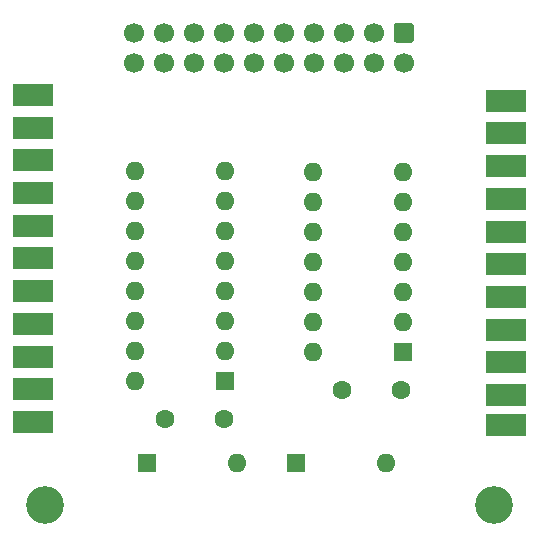
<source format=gbr>
%TF.GenerationSoftware,KiCad,Pcbnew,(5.1.9)-1*%
%TF.CreationDate,2021-07-27T22:16:15-04:00*%
%TF.ProjectId,Amiga2MacFloppy,416d6967-6132-44d6-9163-466c6f707079,1.0*%
%TF.SameCoordinates,Original*%
%TF.FileFunction,Soldermask,Bot*%
%TF.FilePolarity,Negative*%
%FSLAX46Y46*%
G04 Gerber Fmt 4.6, Leading zero omitted, Abs format (unit mm)*
G04 Created by KiCad (PCBNEW (5.1.9)-1) date 2021-07-27 22:16:15*
%MOMM*%
%LPD*%
G01*
G04 APERTURE LIST*
%ADD10R,3.480000X1.846667*%
%ADD11O,1.600000X1.600000*%
%ADD12R,1.600000X1.600000*%
%ADD13C,1.600000*%
%ADD14C,3.200000*%
%ADD15C,1.700000*%
G04 APERTURE END LIST*
D10*
%TO.C,J3*%
X158468000Y-118904000D03*
X158468000Y-116364000D03*
X158468000Y-113594000D03*
X158468000Y-110824000D03*
X158468000Y-108054000D03*
X158468000Y-105284000D03*
X158468000Y-102514000D03*
X158468000Y-99744000D03*
X158468000Y-96974000D03*
X158468000Y-94204000D03*
X158468000Y-91434000D03*
%TD*%
%TO.C,J1*%
X118444000Y-90941000D03*
X118444000Y-93711000D03*
X118444000Y-96481000D03*
X118444000Y-99251000D03*
X118444000Y-102021000D03*
X118444000Y-104791000D03*
X118444000Y-107561000D03*
X118444000Y-110331000D03*
X118444000Y-113101000D03*
X118444000Y-115871000D03*
X118444000Y-118670000D03*
%TD*%
D11*
%TO.C,D2*%
X148288000Y-122093000D03*
D12*
X140668000Y-122093000D03*
%TD*%
D11*
%TO.C,D1*%
X135688000Y-122093000D03*
D12*
X128068000Y-122093000D03*
%TD*%
D13*
%TO.C,C1*%
X134568000Y-118393000D03*
X129568000Y-118393000D03*
%TD*%
%TO.C,C2*%
X149568000Y-115893000D03*
X144568000Y-115893000D03*
%TD*%
D14*
%TO.C,Hole2*%
X157468000Y-125693000D03*
%TD*%
%TO.C,Hole1*%
X119468000Y-125693000D03*
%TD*%
D15*
%TO.C,J2*%
X126940000Y-88233000D03*
X129480000Y-88233000D03*
X132020000Y-88233000D03*
X134560000Y-88233000D03*
X137100000Y-88233000D03*
X139640000Y-88233000D03*
X142180000Y-88233000D03*
X144720000Y-88233000D03*
X147260000Y-88233000D03*
X149800000Y-88233000D03*
X126940000Y-85693000D03*
X129480000Y-85693000D03*
X132020000Y-85693000D03*
X134560000Y-85693000D03*
X137100000Y-85693000D03*
X139640000Y-85693000D03*
X142180000Y-85693000D03*
X144720000Y-85693000D03*
X147260000Y-85693000D03*
G36*
G01*
X149200000Y-84843000D02*
X150400000Y-84843000D01*
G75*
G02*
X150650000Y-85093000I0J-250000D01*
G01*
X150650000Y-86293000D01*
G75*
G02*
X150400000Y-86543000I-250000J0D01*
G01*
X149200000Y-86543000D01*
G75*
G02*
X148950000Y-86293000I0J250000D01*
G01*
X148950000Y-85093000D01*
G75*
G02*
X149200000Y-84843000I250000J0D01*
G01*
G37*
%TD*%
D11*
%TO.C,U2*%
X142137000Y-112684000D03*
X149757000Y-97444000D03*
X142137000Y-110144000D03*
X149757000Y-99984000D03*
X142137000Y-107604000D03*
X149757000Y-102524000D03*
X142137000Y-105064000D03*
X149757000Y-105064000D03*
X142137000Y-102524000D03*
X149757000Y-107604000D03*
X142137000Y-99984000D03*
X149757000Y-110144000D03*
X142137000Y-97444000D03*
D12*
X149757000Y-112684000D03*
%TD*%
D11*
%TO.C,U1*%
X127054000Y-115168000D03*
X134674000Y-97388000D03*
X127054000Y-112628000D03*
X134674000Y-99928000D03*
X127054000Y-110088000D03*
X134674000Y-102468000D03*
X127054000Y-107548000D03*
X134674000Y-105008000D03*
X127054000Y-105008000D03*
X134674000Y-107548000D03*
X127054000Y-102468000D03*
X134674000Y-110088000D03*
X127054000Y-99928000D03*
X134674000Y-112628000D03*
X127054000Y-97388000D03*
D12*
X134674000Y-115168000D03*
%TD*%
M02*

</source>
